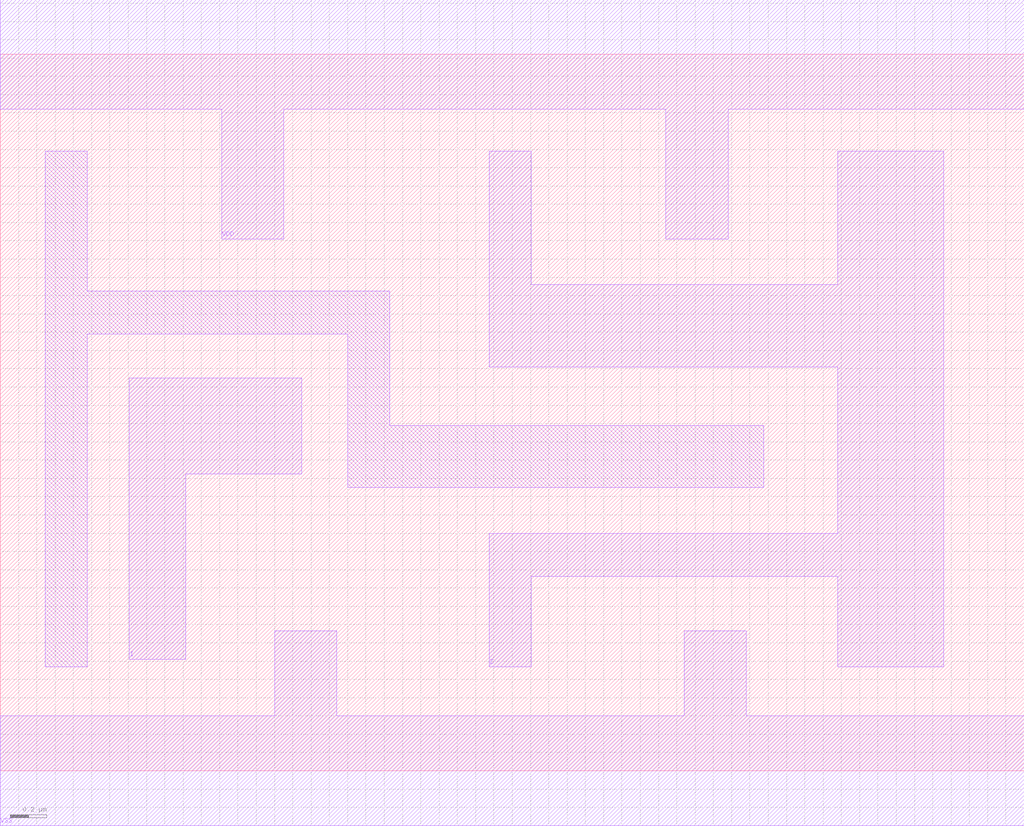
<source format=lef>
# Copyright 2022 GlobalFoundries PDK Authors
#
# Licensed under the Apache License, Version 2.0 (the "License");
# you may not use this file except in compliance with the License.
# You may obtain a copy of the License at
#
#      http://www.apache.org/licenses/LICENSE-2.0
#
# Unless required by applicable law or agreed to in writing, software
# distributed under the License is distributed on an "AS IS" BASIS,
# WITHOUT WARRANTIES OR CONDITIONS OF ANY KIND, either express or implied.
# See the License for the specific language governing permissions and
# limitations under the License.

MACRO gf180mcu_fd_sc_mcu7t5v0__buf_3
  CLASS core ;
  FOREIGN gf180mcu_fd_sc_mcu7t5v0__buf_3 0.0 0.0 ;
  ORIGIN 0 0 ;
  SYMMETRY X Y ;
  SITE GF018hv5v_mcu_sc7 ;
  SIZE 5.6 BY 3.92 ;
  PIN I
    DIRECTION INPUT ;
    ANTENNAGATEAREA 1.102 ;
    PORT
      LAYER METAL1 ;
        POLYGON 0.705 0.61 1.015 0.61 1.015 1.625 1.65 1.625 1.65 2.15 0.705 2.15  ;
    END
  END I
  PIN Z
    DIRECTION OUTPUT ;
    ANTENNADIFFAREA 2.0804 ;
    PORT
      LAYER METAL1 ;
        POLYGON 2.675 2.21 4.175 2.21 4.58 2.21 4.58 1.3 2.675 1.3 2.675 0.57 2.905 0.57 2.905 1.065 4.58 1.065 4.58 0.57 5.16 0.57 5.16 3.39 4.58 3.39 4.58 2.66 4.175 2.66 2.905 2.66 2.905 3.39 2.675 3.39  ;
    END
  END Z
  PIN VDD
    DIRECTION INOUT ;
    USE power ;
    SHAPE ABUTMENT ;
    PORT
      LAYER METAL1 ;
        POLYGON 0 3.62 1.21 3.62 1.21 2.91 1.55 2.91 1.55 3.62 3.64 3.62 3.64 2.91 3.98 2.91 3.98 3.62 4.175 3.62 5.6 3.62 5.6 4.22 4.175 4.22 0 4.22  ;
    END
  END VDD
  PIN VSS
    DIRECTION INOUT ;
    USE ground ;
    SHAPE ABUTMENT ;
    PORT
      LAYER METAL1 ;
        POLYGON 0 -0.3 5.6 -0.3 5.6 0.3 4.08 0.3 4.08 0.765 3.74 0.765 3.74 0.3 1.84 0.3 1.84 0.765 1.5 0.765 1.5 0.3 0 0.3  ;
    END
  END VSS
  OBS
      LAYER METAL1 ;
        POLYGON 0.245 0.57 0.475 0.57 0.475 2.39 1.9 2.39 1.9 1.55 4.175 1.55 4.175 1.89 2.13 1.89 2.13 2.625 0.475 2.625 0.475 3.39 0.245 3.39  ;
  END
END gf180mcu_fd_sc_mcu7t5v0__buf_3

</source>
